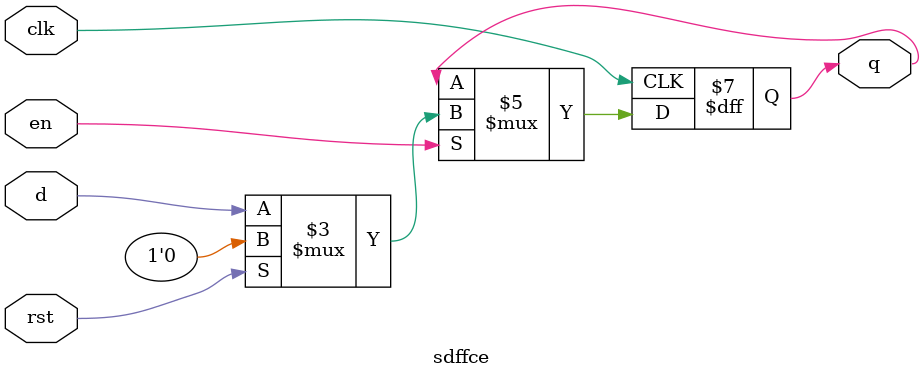
<source format=v>
module sdffce( input d, clk, rst, en, output reg q );
	always @( posedge clk)
		if(en)
			if (rst)
				q <= 0;
			else
				q <= d;
endmodule

</source>
